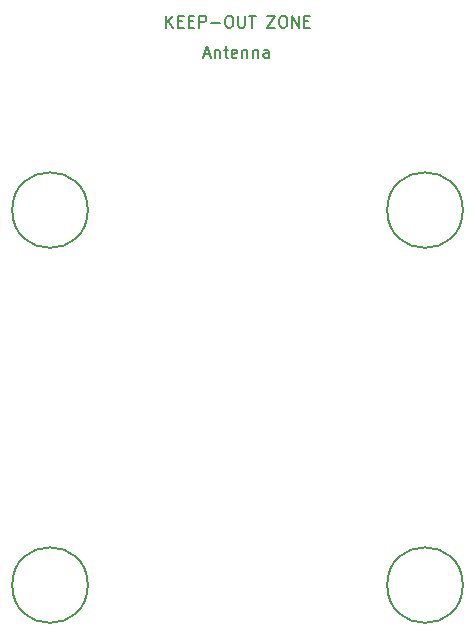
<source format=gbr>
%TF.GenerationSoftware,KiCad,Pcbnew,(6.0.1)*%
%TF.CreationDate,2022-02-03T22:35:59+01:00*%
%TF.ProjectId,ESP8266_12F_BASIC,45535038-3236-4365-9f31-32465f424153,rev?*%
%TF.SameCoordinates,Original*%
%TF.FileFunction,Other,Comment*%
%FSLAX46Y46*%
G04 Gerber Fmt 4.6, Leading zero omitted, Abs format (unit mm)*
G04 Created by KiCad (PCBNEW (6.0.1)) date 2022-02-03 22:35:59*
%MOMM*%
%LPD*%
G01*
G04 APERTURE LIST*
%ADD10C,0.150000*%
G04 APERTURE END LIST*
D10*
%TO.C,U1*%
X149578095Y-72541666D02*
X150054285Y-72541666D01*
X149482857Y-72827380D02*
X149816190Y-71827380D01*
X150149523Y-72827380D01*
X150482857Y-72160714D02*
X150482857Y-72827380D01*
X150482857Y-72255952D02*
X150530476Y-72208333D01*
X150625714Y-72160714D01*
X150768571Y-72160714D01*
X150863809Y-72208333D01*
X150911428Y-72303571D01*
X150911428Y-72827380D01*
X151244761Y-72160714D02*
X151625714Y-72160714D01*
X151387619Y-71827380D02*
X151387619Y-72684523D01*
X151435238Y-72779761D01*
X151530476Y-72827380D01*
X151625714Y-72827380D01*
X152340000Y-72779761D02*
X152244761Y-72827380D01*
X152054285Y-72827380D01*
X151959047Y-72779761D01*
X151911428Y-72684523D01*
X151911428Y-72303571D01*
X151959047Y-72208333D01*
X152054285Y-72160714D01*
X152244761Y-72160714D01*
X152340000Y-72208333D01*
X152387619Y-72303571D01*
X152387619Y-72398809D01*
X151911428Y-72494047D01*
X152816190Y-72160714D02*
X152816190Y-72827380D01*
X152816190Y-72255952D02*
X152863809Y-72208333D01*
X152959047Y-72160714D01*
X153101904Y-72160714D01*
X153197142Y-72208333D01*
X153244761Y-72303571D01*
X153244761Y-72827380D01*
X153720952Y-72160714D02*
X153720952Y-72827380D01*
X153720952Y-72255952D02*
X153768571Y-72208333D01*
X153863809Y-72160714D01*
X154006666Y-72160714D01*
X154101904Y-72208333D01*
X154149523Y-72303571D01*
X154149523Y-72827380D01*
X155054285Y-72827380D02*
X155054285Y-72303571D01*
X155006666Y-72208333D01*
X154911428Y-72160714D01*
X154720952Y-72160714D01*
X154625714Y-72208333D01*
X155054285Y-72779761D02*
X154959047Y-72827380D01*
X154720952Y-72827380D01*
X154625714Y-72779761D01*
X154578095Y-72684523D01*
X154578095Y-72589285D01*
X154625714Y-72494047D01*
X154720952Y-72446428D01*
X154959047Y-72446428D01*
X155054285Y-72398809D01*
X146358571Y-70277380D02*
X146358571Y-69277380D01*
X146930000Y-70277380D02*
X146501428Y-69705952D01*
X146930000Y-69277380D02*
X146358571Y-69848809D01*
X147358571Y-69753571D02*
X147691904Y-69753571D01*
X147834761Y-70277380D02*
X147358571Y-70277380D01*
X147358571Y-69277380D01*
X147834761Y-69277380D01*
X148263333Y-69753571D02*
X148596666Y-69753571D01*
X148739523Y-70277380D02*
X148263333Y-70277380D01*
X148263333Y-69277380D01*
X148739523Y-69277380D01*
X149168095Y-70277380D02*
X149168095Y-69277380D01*
X149549047Y-69277380D01*
X149644285Y-69325000D01*
X149691904Y-69372619D01*
X149739523Y-69467857D01*
X149739523Y-69610714D01*
X149691904Y-69705952D01*
X149644285Y-69753571D01*
X149549047Y-69801190D01*
X149168095Y-69801190D01*
X150168095Y-69896428D02*
X150930000Y-69896428D01*
X151596666Y-69277380D02*
X151787142Y-69277380D01*
X151882380Y-69325000D01*
X151977619Y-69420238D01*
X152025238Y-69610714D01*
X152025238Y-69944047D01*
X151977619Y-70134523D01*
X151882380Y-70229761D01*
X151787142Y-70277380D01*
X151596666Y-70277380D01*
X151501428Y-70229761D01*
X151406190Y-70134523D01*
X151358571Y-69944047D01*
X151358571Y-69610714D01*
X151406190Y-69420238D01*
X151501428Y-69325000D01*
X151596666Y-69277380D01*
X152453809Y-69277380D02*
X152453809Y-70086904D01*
X152501428Y-70182142D01*
X152549047Y-70229761D01*
X152644285Y-70277380D01*
X152834761Y-70277380D01*
X152930000Y-70229761D01*
X152977619Y-70182142D01*
X153025238Y-70086904D01*
X153025238Y-69277380D01*
X153358571Y-69277380D02*
X153930000Y-69277380D01*
X153644285Y-70277380D02*
X153644285Y-69277380D01*
X154930000Y-69277380D02*
X155596666Y-69277380D01*
X154930000Y-70277380D01*
X155596666Y-70277380D01*
X156168095Y-69277380D02*
X156358571Y-69277380D01*
X156453809Y-69325000D01*
X156549047Y-69420238D01*
X156596666Y-69610714D01*
X156596666Y-69944047D01*
X156549047Y-70134523D01*
X156453809Y-70229761D01*
X156358571Y-70277380D01*
X156168095Y-70277380D01*
X156072857Y-70229761D01*
X155977619Y-70134523D01*
X155930000Y-69944047D01*
X155930000Y-69610714D01*
X155977619Y-69420238D01*
X156072857Y-69325000D01*
X156168095Y-69277380D01*
X157025238Y-70277380D02*
X157025238Y-69277380D01*
X157596666Y-70277380D01*
X157596666Y-69277380D01*
X158072857Y-69753571D02*
X158406190Y-69753571D01*
X158549047Y-70277380D02*
X158072857Y-70277380D01*
X158072857Y-69277380D01*
X158549047Y-69277380D01*
%TO.C,H3*%
X139725000Y-117475000D02*
G75*
G03*
X139725000Y-117475000I-3200000J0D01*
G01*
%TO.C,H1*%
X139725000Y-85725000D02*
G75*
G03*
X139725000Y-85725000I-3200000J0D01*
G01*
%TO.C,H4*%
X171475000Y-117475000D02*
G75*
G03*
X171475000Y-117475000I-3200000J0D01*
G01*
%TO.C,H2*%
X171475000Y-85725000D02*
G75*
G03*
X171475000Y-85725000I-3200000J0D01*
G01*
%TD*%
M02*

</source>
